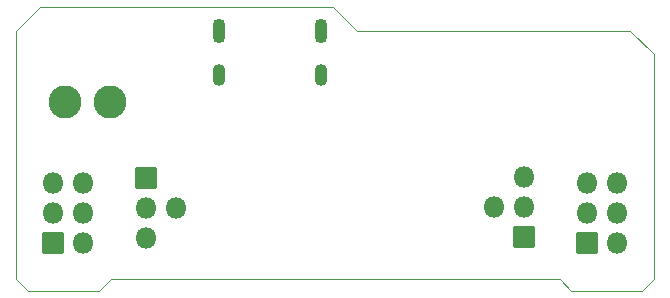
<source format=gbr>
%TF.GenerationSoftware,KiCad,Pcbnew,(7.0.0)*%
%TF.CreationDate,2023-03-29T15:29:01+01:00*%
%TF.ProjectId,MicroBBPS,4d696372-6f42-4425-9053-2e6b69636164,rev?*%
%TF.SameCoordinates,Original*%
%TF.FileFunction,Soldermask,Bot*%
%TF.FilePolarity,Negative*%
%FSLAX46Y46*%
G04 Gerber Fmt 4.6, Leading zero omitted, Abs format (unit mm)*
G04 Created by KiCad (PCBNEW (7.0.0)) date 2023-03-29 15:29:01*
%MOMM*%
%LPD*%
G01*
G04 APERTURE LIST*
G04 Aperture macros list*
%AMRoundRect*
0 Rectangle with rounded corners*
0 $1 Rounding radius*
0 $2 $3 $4 $5 $6 $7 $8 $9 X,Y pos of 4 corners*
0 Add a 4 corners polygon primitive as box body*
4,1,4,$2,$3,$4,$5,$6,$7,$8,$9,$2,$3,0*
0 Add four circle primitives for the rounded corners*
1,1,$1+$1,$2,$3*
1,1,$1+$1,$4,$5*
1,1,$1+$1,$6,$7*
1,1,$1+$1,$8,$9*
0 Add four rect primitives between the rounded corners*
20,1,$1+$1,$2,$3,$4,$5,0*
20,1,$1+$1,$4,$5,$6,$7,0*
20,1,$1+$1,$6,$7,$8,$9,0*
20,1,$1+$1,$8,$9,$2,$3,0*%
G04 Aperture macros list end*
%ADD10C,2.800000*%
%ADD11RoundRect,0.050000X0.850000X0.850000X-0.850000X0.850000X-0.850000X-0.850000X0.850000X-0.850000X0*%
%ADD12O,1.800000X1.800000*%
%ADD13RoundRect,0.050000X-0.850000X-0.850000X0.850000X-0.850000X0.850000X0.850000X-0.850000X0.850000X0*%
%ADD14O,1.100000X1.850000*%
%ADD15O,1.100000X2.100000*%
%TA.AperFunction,Profile*%
%ADD16C,0.050000*%
%TD*%
G04 APERTURE END LIST*
D10*
%TO.C,J5*%
X7905000Y-8000000D03*
X4095000Y-8000000D03*
%TD*%
D11*
%TO.C,J8*%
X43000000Y-19500000D03*
D12*
X42999999Y-16959999D03*
X42999999Y-14419999D03*
X40459999Y-16959999D03*
%TD*%
D13*
%TO.C,J9*%
X11000000Y-14500000D03*
D12*
X10999999Y-17039999D03*
X10999999Y-19579999D03*
X13539999Y-17039999D03*
%TD*%
D14*
%TO.C,J1*%
X25782999Y-5728999D03*
D15*
X25782999Y-2028999D03*
D14*
X17142999Y-5728999D03*
D15*
X17142999Y-2028999D03*
%TD*%
D13*
%TO.C,J3*%
X3120000Y-20000000D03*
D12*
X5659999Y-19999999D03*
X3119999Y-17459999D03*
X5659999Y-17459999D03*
X3119999Y-14919999D03*
X5659999Y-14919999D03*
%TD*%
D13*
%TO.C,J4*%
X48340000Y-20000000D03*
D12*
X50879999Y-19999999D03*
X48339999Y-17459999D03*
X50879999Y-17459999D03*
X48339999Y-14919999D03*
X50879999Y-14919999D03*
%TD*%
D16*
X0Y-23000000D02*
X0Y-2000000D01*
X46000000Y-23000000D02*
X8000000Y-23000000D01*
X26813000Y0D02*
X28813000Y-2000000D01*
X28813000Y-2000000D02*
X52000000Y-2000000D01*
X53000000Y-24000000D02*
X47000000Y-24000000D01*
X0Y-2000000D02*
X2000000Y0D01*
X1000000Y-24000000D02*
X0Y-23000000D01*
X2000000Y0D02*
X26813000Y0D01*
X7000000Y-24000000D02*
X1000000Y-24000000D01*
X54000000Y-23000000D02*
X53000000Y-24000000D01*
X8000000Y-23000000D02*
X7000000Y-24000000D01*
X47000000Y-24000000D02*
X46000000Y-23000000D01*
X52000000Y-2000000D02*
X54000000Y-4000000D01*
X54000000Y-4000000D02*
X54000000Y-23000000D01*
M02*

</source>
